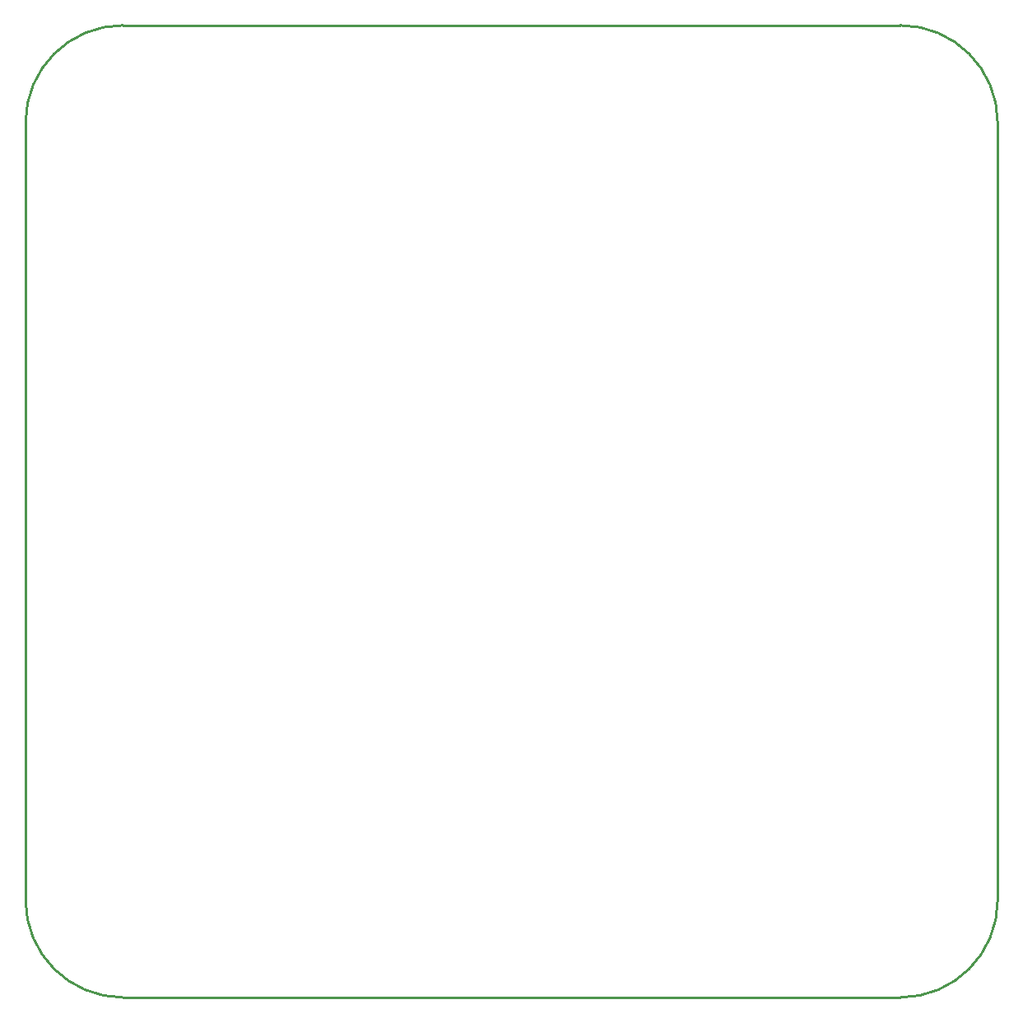
<source format=gko>
G04 Layer: BoardOutline*
G04 EasyEDA v6.4.25, 2022-05-19T19:16:08--7:00*
G04 0dbdd77669684f62939db12cf9e3c97e,10*
G04 Gerber Generator version 0.2*
G04 Scale: 100 percent, Rotated: No, Reflected: No *
G04 Dimensions in millimeters *
G04 leading zeros omitted , absolute positions ,4 integer and 5 decimal *
%FSLAX45Y45*%
%MOMM*%

%ADD10C,0.2540*%
D10*
X10000000Y8999999D02*
G01*
X10000000Y1000000D01*
X0Y1000000D02*
G01*
X0Y8999999D01*
X8999999Y0D02*
G01*
X1000000Y0D01*
X1000000Y10000000D02*
G01*
X8999999Y10000000D01*
G75*
G01*
X9000000Y10000000D02*
G02*
X10000000Y9000000I0J-1000000D01*
G75*
G01*
X10000000Y1000001D02*
G02*
X9000000Y0I-1000000J0D01*
G75*
G01*
X1000001Y0D02*
G02*
X0Y1000001I0J1000001D01*
G75*
G01*
X0Y9000000D02*
G02*
X1000001Y10000000I1000001J0D01*

%LPD*%
M02*

</source>
